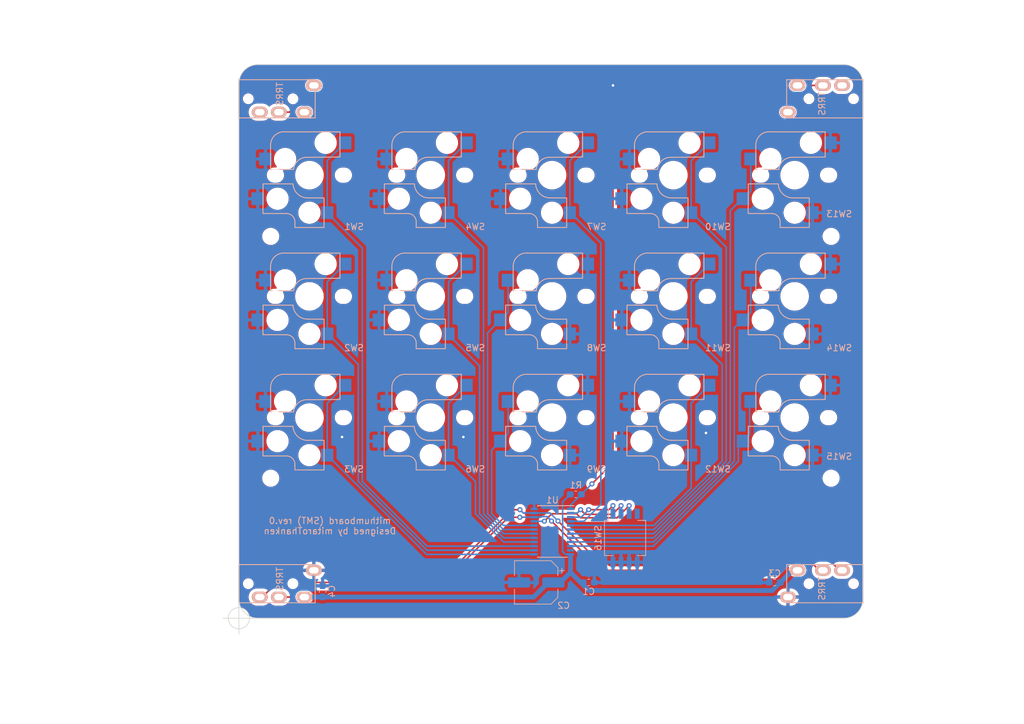
<source format=kicad_pcb>
(kicad_pcb (version 20221018) (generator pcbnew)
  (layers (0 "F.Cu" signal) (31 "B.Cu" signal) (34 "B.Paste" user) (35 "F.Paste" user) (36 "B.SilkS" user "B.Silkscreen") (37 "F.SilkS" user "F.Silkscreen") (38 "B.Mask" user) (39 "F.Mask" user) (44 "Edge.Cuts" user))
  (net 0 "")
  (net 1 "GND")
  (net 2 "A2")
  (net 3 "A1")
  (net 4 "A0")
  (net 5 "INT")
  (net 6 "R1C1")
  (net 7 "R2C1")
  (net 8 "R3C1")
  (net 9 "R1C2")
  (net 10 "R2C2")
  (net 11 "R3C2")
  (net 12 "R1C3")
  (net 13 "R2C3")
  (net 14 "R3C3")
  (net 15 "R1C4")
  (net 16 "R2C4")
  (net 17 "R3C4")
  (net 18 "R1C5")
  (net 19 "R2C5")
  (net 20 "R3C5")
  (net 21 "Net-(SW16-Pad4)")
  (net 22 "SCL")
  (net 23 "SDA")
  (net 24 "Net-(J3-PadA)")
  (net 25 "Net-(J3-PadD)")
  (net 26 "Net-(J3-PadB)")
  (net 27 "Net-(J4-PadB)")
  (net 28 "Net-(J4-PadD)")
  (net 29 "Net-(J4-PadA)")
  (net 30 "VCC")
  (net 31 "Net-(U1-Pad11)")
  (footprint "kbd:CherryMX_Choc_Hotswap_1side" (layer "F.Cu") (at 71.075001 57.375001)
    (fp_text reference "SW1")
    (fp_text value "SW_Push" hide)
  )
  (footprint "kbd:CherryMX_Choc_Hotswap_1side" (layer "F.Cu") (at 71.075001 76.425001)
    (fp_text reference "SW2")
    (fp_text value "SW_Push" hide)
  )
  (footprint "kbd:CherryMX_Choc_Hotswap_1side" (layer "F.Cu") (at 71.075001 95.475001)
    (fp_text reference "SW3")
    (fp_text value "SW_Push" hide)
  )
  (footprint "kbd:CherryMX_Choc_Hotswap_1side" (layer "F.Cu") (at 90.125001 57.375001)
    (fp_text reference "SW4")
    (fp_text value "SW_Push" hide)
  )
  (footprint "kbd:CherryMX_Choc_Hotswap_1side" (layer "F.Cu") (at 90.125001 76.425001)
    (fp_text reference "SW5")
    (fp_text value "SW_Push" hide)
  )
  (footprint "kbd:CherryMX_Choc_Hotswap_1side" (layer "F.Cu") (at 90.125001 95.475001)
    (fp_text reference "SW6")
    (fp_text value "SW_Push" hide)
  )
  (footprint "kbd:CherryMX_Choc_Hotswap_1side" (layer "F.Cu") (at 109.175001 57.375001)
    (fp_text reference "SW7")
    (fp_text value "SW_Push" hide)
  )
  (footprint "kbd:CherryMX_Choc_Hotswap_1side" (layer "F.Cu") (at 109.175001 76.425001)
    (fp_text reference "SW8")
    (fp_text value "SW_Push" hide)
  )
  (footprint "kbd:CherryMX_Choc_Hotswap_1side" (layer "F.Cu") (at 109.175001 95.475001)
    (fp_text reference "SW9")
    (fp_text value "SW_Push" hide)
  )
  (footprint "kbd:CherryMX_Choc_Hotswap_1side" (layer "F.Cu") (at 128.225001 57.375001)
    (fp_text reference "SW10")
    (fp_text value "SW_Push" hide)
  )
  (footprint "kbd:CherryMX_Choc_Hotswap_1side" (layer "F.Cu") (at 128.225001 76.425001)
    (fp_text reference "SW11")
    (fp_text value "SW_Push" hide)
  )
  (footprint "kbd:CherryMX_Choc_Hotswap_1side" (layer "F.Cu") (at 128.225001 95.475001)
    (fp_text reference "SW12")
    (fp_text value "SW_Push" hide)
  )
  (footprint "kbd:CherryMX_Choc_Hotswap_1side" (layer "F.Cu") (at 147.275001 57.375001)
    (fp_text reference "SW13")
    (fp_text value "SW_Push" hide)
  )
  (footprint "kbd:CherryMX_Choc_Hotswap_1side" (layer "F.Cu") (at 147.275001 76.425001)
    (fp_text reference "SW14")
    (fp_text value "SW_Push" hide)
  )
  (footprint "kbd:CherryMX_Choc_Hotswap_1side" (layer "F.Cu") (at 147.275001 95.475001)
    (fp_text reference "SW15")
    (fp_text value "SW_Push" hide)
  )
  (footprint "MountingHole:MountingHole_2.2mm_M2" (layer "B.Cu") (at 65 105)
    (fp_text reference "H2" hide)
    (fp_text value "MountingHole")
  )
  (footprint "MountingHole:MountingHole_2.2mm_M2" (layer "B.Cu") (at 153 67 180)
    (fp_text reference "H3" hide)
    (fp_text value "MountingHole")
  )
  (footprint "kbd:MJ-4PP-9_1side" (layer "B.Cu") (at 59.98 45.375 -90)
    (fp_text reference "J4")
    (fp_text value "MJ-4PP-9" hide)
  )
  (footprint "kbd:MJ-4PP-9_1side" (layer "B.Cu") (at 158.025 45.375 90)
    (fp_text reference "J3")
    (fp_text value "MJ-4PP-9" hide)
  )
  (footprint "Package_SO:TSSOP-24_4.4x7.8mm_P0.65mm" (layer "B.Cu") (at 109.22 113.395 180)
    (fp_text reference "U1")
    (fp_text value "TCA9555PWR")
  )
  (footprint "Capacitor_SMD:C_0603_1608Metric_Pad1.05x0.95mm_HandSolder" (layer "B.Cu") (at 114.935 121.38)
    (fp_text reference "C1")
    (fp_text value "0.1u")
  )
  (footprint "Capacitor_SMD:CP_Elec_6.3x5.4_Nichicon" (layer "B.Cu") (at 106.68 121.38 180)
    (fp_text reference "C2")
    (fp_text value "47u/16V")
  )
  (footprint "Capacitor_SMD:C_0603_1608Metric_Pad1.05x0.95mm_HandSolder" (layer "B.Cu") (at 144.145 121.38 180)
    (fp_text reference "C3")
    (fp_text value "1u")
  )
  (footprint "Capacitor_SMD:C_0603_1608Metric_Pad1.05x0.95mm_HandSolder" (layer "B.Cu") (at 73.152 122.777 90)
    (fp_text reference "C4")
    (fp_text value "1u")
  )
  (footprint "Resistor_SMD:R_0603_1608Metric_Pad1.05x0.95mm_HandSolder" (layer "B.Cu") (at 112.903 107.537 180)
    (fp_text reference "R1")
    (fp_text value "10k")
  )
  (footprint "kbd:MJ-4PP-9_1side" (layer "B.Cu") (at 158.025 121.575 90)
    (fp_text reference "J1")
    (fp_text value "MJ-4PP-9" hide)
  )
  (footprint "kbd:MJ-4PP-9_1side" (layer "B.Cu") (at 59.98 121.575 -90)
    (fp_text reference "J2")
    (fp_text value "MJ-4PP-9" hide)
  )
  (footprint "MountingHole:MountingHole_2.2mm_M2" (layer "B.Cu") (at 65 67)
    (fp_text reference "H1" hide)
    (fp_text value "MountingHole")
  )
  (footprint "MountingHole:MountingHole_2.2mm_M2" (layer "B.Cu") (at 153 105)
    (fp_text reference "H4" hide)
    (fp_text value "MountingHole")
  )
  (footprint "Button_Switch_SMD:SW_DIP_SPSTx04_Slide_Copal_CHS-04B_W7.62mm_P1.27mm" (layer "B.Cu") (at 120.65 114.395 -90)
    (fp_text reference "SW16")
    (fp_text value "SW_DIP_x04")
  )
  (gr_line (start 155 40) (end 63 40) (stroke (width 0.1)) (layer "Edge.Cuts"))
  (gr_line (start 63 127) (end 155 127) (stroke (width 0.1)) (layer "Edge.Cuts"))
  (gr_arc (start 155 40) (mid 157.12132 40.87868) (end 158 43) (stroke (width 0.1)) (layer "Edge.Cuts"))
  (gr_line (start 60 43) (end 60 124) (stroke (width 0.1)) (layer "Edge.Cuts"))
  (gr_arc (start 63 127) (mid 60.87868 126.12132) (end 60 124) (stroke (width 0.1)) (layer "Edge.Cuts"))
  (gr_line (start 158 124) (end 158 43) (stroke (width 0.1)) (layer "Edge.Cuts"))
  (gr_arc (start 158 124) (mid 157.12132 126.12132) (end 155 127) (stroke (width 0.1)) (layer "Edge.Cuts"))
  (gr_arc (start 60 43) (mid 60.87868 40.87868) (end 63 40) (stroke (width 0.1)) (layer "Edge.Cuts"))
  (gr_text "mithumboard (SMT) rev.0\nDesigned by mitaroThanken" (at 74.295 112.49) (layer "B.SilkS") (effects (font (size 1 1)) (justify mirror)))
  (target plus (at 60 127) (size 5) (width 0.1) (layer "Edge.Cuts"))
  (via (at 133.35 97.885) (size 0.8) (drill 0.4) (layers "F.Cu" "B.Cu") (net 1))
  (via (at 76.2 98.52) (size 0.8) (drill 0.4) (layers "F.Cu" "B.Cu") (net 1))
  (via (at 95.25 98.52) (size 0.8) (drill 0.4) (layers "F.Cu" "B.Cu") (net 1))
  (via (at 118.745 43.275) (size 0.8) (drill 0.4) (layers "F.Cu" "B.Cu") (net 1))
  (segment (start 111.975001 101.765001) (end 111.975001 101.375001) (width 0.25) (layer "B.Cu") (net 1))
  (segment (start 111.975001 101.375001) (end 111.975001 101.425001) (width 0.25) (layer "B.Cu") (net 1))
  (segment (start 118.11 109.95) (end 114.935024 109.95) (width 0.25) (layer "F.Cu") (net 2))
  (segment (start 114.935024 109.95) (end 114.935 109.950024) (width 0.25) (layer "F.Cu") (net 2))
  (segment (start 118.745 109.315) (end 118.11 109.95) (width 0.25) (layer "F.Cu") (net 2))
  (via (at 118.745 109.315) (size 0.8) (drill 0.4) (layers "F.Cu" "B.Cu") (net 2))
  (via (at 114.935 109.950024) (size 0.8) (drill 0.4) (layers "F.Cu" "B.Cu") (net 2))
  (segment (start 118.745 110.585) (end 118.745 109.315) (width 0.25) (layer "B.Cu") (net 2))
  (segment (start 112.07 111.12) (end 113.765024 111.12) (width 0.25) (layer "B.Cu") (net 2))
  (segment (start 113.765024 111.12) (end 114.535001 110.350023) (width 0.25) (layer "B.Cu") (net 2))
  (segment (start 114.535001 110.350023) (end 114.935 109.950024) (width 0.25) (layer "B.Cu") (net 2))
  (segment (start 120.015 109.315) (end 118.654974 110.675026) (width 0.25) (layer "F.Cu") (net 3))
  (segment (start 114.390006 110.675026) (end 114.064999 110.350019) (width 0.25) (layer "F.Cu") (net 3))
  (segment (start 118.654974 110.675026) (end 114.390006 110.675026) (width 0.25) (layer "F.Cu") (net 3))
  (segment (start 114.064999 110.350019) (end 113.665 109.95002) (width 0.25) (layer "F.Cu") (net 3))
  (via (at 113.665 109.95002) (size 0.8) (drill 0.4) (layers "F.Cu" "B.Cu") (net 3))
  (via (at 120.015 109.315) (size 0.8) (drill 0.4) (layers "F.Cu" "B.Cu") (net 3))
  (segment (start 113.14502 110.47) (end 113.265001 110.350019) (width 0.25) (layer "B.Cu") (net 3))
  (segment (start 113.265001 110.350019) (end 113.665 109.95002) (width 0.25) (layer "B.Cu") (net 3))
  (segment (start 112.07 110.47) (end 113.14502 110.47) (width 0.25) (layer "B.Cu") (net 3))
  (segment (start 120.015 110.585) (end 120.015 109.315) (width 0.25) (layer "B.Cu") (net 3))
  (segment (start 120.885001 109.714999) (end 121.285 109.315) (width 0.25) (layer "F.Cu") (net 4))
  (segment (start 113.665 111.22) (end 119.38 111.22) (width 0.25) (layer "F.Cu") (net 4))
  (segment (start 109.143798 110.585) (end 113.03 110.585) (width 0.25) (layer "F.Cu") (net 4))
  (segment (start 107.975398 111.7534) (end 109.143798 110.585) (width 0.25) (layer "F.Cu") (net 4))
  (segment (start 119.38 111.22) (end 120.885001 109.714999) (width 0.25) (layer "F.Cu") (net 4))
  (segment (start 113.03 110.585) (end 113.665 111.22) (width 0.25) (layer "F.Cu") (net 4))
  (via (at 107.975398 111.7534) (size 0.8) (drill 0.4) (layers "F.Cu" "B.Cu") (net 4))
  (via (at 121.285 109.315) (size 0.8) (drill 0.4) (layers "F.Cu" "B.Cu") (net 4))
  (segment (start 106.37 111.77) (end 107.958798 111.77) (width 0.25) (layer "B.Cu") (net 4))
  (segment (start 121.285 110.585) (end 121.285 109.315) (width 0.25) (layer "B.Cu") (net 4))
  (segment (start 107.958798 111.77) (end 107.975398 111.7534) (width 0.25) (layer "B.Cu") (net 4))
  (segment (start 118.749999 102.579013) (end 115.843011 105.486001) (width 0.25) (layer "F.Cu") (net 5))
  (segment (start 66.28 47.475) (end 67.936 47.475) (width 0.25) (layer "F.Cu") (net 5))
  (segment (start 149.987 43.275) (end 151.725 43.275) (width 0.25) (layer "F.Cu") (net 5))
  (segment (start 118.749999 44.930999) (end 118.749999 102.579013) (width 0.25) (layer "F.Cu") (net 5))
  (segment (start 67.936 47.475) (end 70.480001 44.930999) (width 0.25) (layer "F.Cu") (net 5))
  (segment (start 148.331001 44.930999) (end 149.987 43.275) (width 0.25) (layer "F.Cu") (net 5))
  (segment (start 70.480001 44.930999) (end 118.749999 44.930999) (width 0.25) (layer "F.Cu") (net 5))
  (segment (start 115.843011 105.486001) (end 115.443012 105.886) (width 0.25) (layer "F.Cu") (net 5))
  (segment (start 118.749999 44.930999) (end 148.331001 44.930999) (width 0.25) (layer "F.Cu") (net 5))
  (via (at 115.443012 105.886) (size 0.8) (drill 0.4) (layers "F.Cu" "B.Cu") (net 5))
  (segment (start 112.07 109.245) (end 113.778 107.537) (width 0.25) (layer "B.Cu") (net 5))
  (segment (start 115.429 105.886) (end 115.443012 105.886) (width 0.25) (layer "B.Cu") (net 5))
  (segment (start 113.778 107.537) (end 115.429 105.886) (width 0.25) (layer "B.Cu") (net 5))
  (segment (start 112.07 109.82) (end 112.07 109.245) (width 0.25) (layer "B.Cu") (net 5))
  (segment (start 79.375 105.505) (end 79.375 68.825) (width 0.25) (layer "B.Cu") (net 6))
  (segment (start 73.875001 63.275001) (end 73.875001 55.095001) (width 0.25) (layer "B.Cu") (net 6))
  (segment (start 73.875001 55.095001) (end 76.675001 52.295001) (width 0.25) (layer "B.Cu") (net 6))
  (segment (start 89.54 115.67) (end 79.375 105.505) (width 0.25) (layer "B.Cu") (net 6))
  (segment (start 73.875001 63.325001) (end 73.875001 63.275001) (width 0.25) (layer "B.Cu") (net 6))
  (segment (start 79.375 68.825) (end 73.875001 63.325001) (width 0.25) (layer "B.Cu") (net 6))
  (segment (start 106.37 115.67) (end 89.54 115.67) (width 0.25) (layer "B.Cu") (net 6))
  (segment (start 106.37 116.32) (end 89.553589 116.32) (width 0.25) (layer "B.Cu") (net 7))
  (segment (start 78.74 87.09) (end 73.975001 82.325001) (width 0.25) (layer "B.Cu") (net 7))
  (segment (start 73.875001 74.145001) (end 76.675001 71.345001) (width 0.25) (layer "B.Cu") (net 7))
  (segment (start 73.975001 82.325001) (end 73.875001 82.325001) (width 0.25) (layer "B.Cu") (net 7))
  (segment (start 73.875001 82.325001) (end 73.875001 74.145001) (width 0.25) (layer "B.Cu") (net 7))
  (segment (start 78.74 105.506411) (end 78.74 87.09) (width 0.25) (layer "B.Cu") (net 7))
  (segment (start 89.553589 116.32) (end 78.74 105.506411) (width 0.25) (layer "B.Cu") (net 7))
  (segment (start 76.729001 90.395001) (end 76.675001 90.395001) (width 0.25) (layer "B.Cu") (net 8))
  (segment (start 73.875001 101.375001) (end 73.875001 93.195001) (width 0.25) (layer "B.Cu") (net 8))
  (segment (start 73.875001 93.195001) (end 76.675001 90.395001) (width 0.25) (layer "B.Cu") (net 8))
  (segment (start 89.47 116.97) (end 73.875001 101.375001) (width 0.25) (layer "B.Cu") (net 8))
  (segment (start 106.37 116.97) (end 89.47 116.97) (width 0.25) (layer "B.Cu") (net 8))
  (segment (start 98.609989 110.772811) (end 98.609989 110.769989) (width 0.25) (layer "B.Cu") (net 9))
  (segment (start 92.925001 55.095001) (end 95.725001 52.295001) (width 0.25) (layer "B.Cu") (net 9))
  (segment (start 92.925001 63.302001) (end 92.925001 63.275001) (width 0.25) (layer "B.Cu") (net 9))
  (segment (start 98.425 68.802) (end 92.925001 63.302001) (width 0.25) (layer "B.Cu") (net 9))
  (segment (start 92.925001 63.275001) (end 92.925001 55.095001) (width 0.25) (layer "B.Cu") (net 9))
  (segment (start 101.557178 113.72) (end 98.609989 110.772811) (width 0.25) (layer "B.Cu") (net 9))
  (segment (start 98.609989 110.769989) (end 98.425 110.585) (width 0.25) (layer "B.Cu") (net 9))
  (segment (start 106.37 113.72) (end 101.557178 113.72) (width 0.25) (layer "B.Cu") (net 9))
  (segment (start 98.425 110.585) (end 98.425 68.802) (width 0.25) (layer "B.Cu") (net 9))
  (segment (start 92.925001 82.325001) (end 92.925001 74.145001) (width 0.25) (layer "B.Cu") (net 10))
  (segment (start 97.79 110.586411) (end 97.79 87.344) (width 0.25) (layer "B.Cu") (net 10))
  (segment (start 98.159978 110.956389) (end 97.79 110.586411) (width 0.25) (layer "B.Cu") (net 10))
  (segment (start 97.79 87.344) (end 92.925001 82.479001) (width 0.25) (layer "B.Cu") (net 10))
  (segment (start 98.159978 110.959211) (end 98.159978 110.956389) (width 0.25) (layer "B.Cu") (net 10))
  (segment (start 92.925001 82.479001) (end 92.925001 82.325001) (width 0.25) (layer "B.Cu") (net 10))
  (segment (start 101.570767 114.37) (end 98.159978 110.959211) (width 0.25) (layer "B.Cu") (net 10))
  (segment (start 92.925001 74.145001) (end 95.725001 71.345001) (width 0.25) (layer "B.Cu") (net 10))
  (segment (start 106.37 114.37) (end 101.570767 114.37) (width 0.25) (layer "B.Cu") (net 10))
  (segment (start 97.155 110.587822) (end 97.155 105.505) (width 0.25) (layer "B.Cu") (net 11))
  (segment (start 97.155 105.505) (end 93.025001 101.375001) (width 0.25) (layer "B.Cu") (net 11))
  (segment (start 106.37 115.02) (end 101.584356 115.02) (width 0.25) (layer "B.Cu") (net 11))
  (segment (start 97.709967 111.145611) (end 97.709967 111.142789) (width 0.25) (layer "B.Cu") (net 11))
  (segment (start 97.709967 111.142789) (end 97.155 110.587822) (width 0.25) (layer "B.Cu") (net 11))
  (segment (start 92.925001 101.375001) (end 92.925001 93.195001) (width 0.25) (layer "B.Cu") (net 11))
  (segment (start 93.025001 101.375001) (end 92.925001 101.375001) (width 0.25) (layer "B.Cu") (net 11))
  (segment (start 101.584356 115.02) (end 97.709967 111.145611) (width 0.25) (layer "B.Cu") (net 11))
  (segment (start 92.925001 93.195001) (end 95.725001 90.395001) (width 0.25) (layer "B.Cu") (net 11))
  (segment (start 111.975001 55.095001) (end 114.775001 52.295001) (width 0.25) (layer "B.Cu") (net 12))
  (segment (start 111.975001 63.275001) (end 111.975001 55.095001) (width 0.25) (layer "B.Cu") (net 12))
  (segment (start 116.84 109.11802) (end 116.84 68.04) (width 0.25) (layer "B.Cu") (net 12))
  (segment (start 112.220001 63.275001) (end 111.975001 63.275001) (width 0.25) (layer "B.Cu") (net 12))
  (segment (start 116.84 68.04) (end 112.075001 63.275001) (width 0.25) (layer "B.Cu") (net 12))
  (segment (start 112.07 111.77) (end 114.18802 111.77) (width 0.25) (layer "B.Cu") (net 12))
  (segment (start 112.075001 63.275001) (end 111.975001 63.275001) (width 0.25) (layer "B.Cu") (net 12))
  (segment (start 114.18802 111.77) (end 116.84 109.11802) (width 0.25) (layer "B.Cu") (net 12))
  (segment (start 101.071999 80.125001) (end 101.075001 80.125001) (width 0.25) (layer "B.Cu") (net 13))
  (segment (start 101.543589 113.07) (end 99.06 110.586411) (width 0.25) (layer "B.Cu") (net 13))
  (segment (start 106.37 113.07) (end 101.543589 113.07) (width 0.25) (layer "B.Cu") (net 13))
  (segment (start 99.06 110.586411) (end 99.06 82.137) (width 0.25) (layer "B.Cu") (net 13))
  (segment (start 102.275001 73.885001) (end 102.275001 78.925001) (width 0.25) (layer "B.Cu") (net 13))
  (segment (start 99.06 82.137) (end 101.071999 80.125001) (width 0.25) (layer "B.Cu") (net 13))
  (segment (start 102.275001 73.885001) (end 102.275001 74.079999) (width 0.25) (layer "B.Cu") (net 13))
  (segment (start 102.275001 78.925001) (end 101.075001 80.125001) (width 0.25) (layer "B.Cu") (net 13))
  (segment (start 102.275001 92.935001) (end 102.275001 97.975001) (width 0.25) (layer "B.Cu") (net 14))
  (segment (start 102.275001 97.975001) (end 101.075001 99.175001) (width 0.25) (layer "B.Cu") (net 14))
  (segment (start 101.53 112.42) (end 105.57 112.42) (width 0.25) (layer "B.Cu") (net 14))
  (segment (start 99.695 110.585) (end 101.53 112.42) (width 0.25) (layer "B.Cu") (net 14))
  (segment (start 101.075001 99.175001) (end 99.695 100.555002) (width 0.25) (layer "B.Cu") (net 14))
  (segment (start 105.57 112.42) (end 106.37 112.42) (width 0.25) (layer "B.Cu") (net 14))
  (segment (start 99.695 100.555002) (end 99.695 110.585) (width 0.25) (layer "B.Cu") (net 14))
  (segment (start 101.075001 99.400001) (end 101.075001 99.175001) (width 0.25) (layer "B.Cu") (net 14))
  (segment (start 131.025001 55.095001) (end 133.825001 52.295001) (width 0.25) (layer "B.Cu") (net 15))
  (segment (start 131.125001 63.275001) (end 136.525 68.675) (width 0.25) (layer "B.Cu") (net 15))
  (segment (start 131.025001 63.275001) (end 131.125001 63.275001) (width 0.25) (layer "B.Cu") (net 15))
  (segment (start 112.87 113.72) (end 112.07 113.72) (width 0.25) (layer "B.Cu") (net 15))
  (segment (start 131.025001 63.275001) (end 131.025001 55.095001) (width 0.25) (layer "B.Cu") (net 15))
  (segment (start 125.135 113.72) (end 112.87 113.72) (width 0.25) (layer "B.Cu") (net 15))
  (segment (start 136.525 68.675) (end 136.525 102.33) (width 0.25) (layer "B.Cu") (net 15))
  (segment (start 136.525 102.33) (end 125.135 113.72) (width 0.25) (layer "B.Cu") (net 15))
  (segment (start 112.07 113.07) (end 125.14859 113.07) (width 0.25) (layer "B.Cu") (net 16))
  (segment (start 131.025001 82.325001) (end 131.025001 74.145001) (width 0.25) (layer "B.Cu") (net 16))
  (segment (start 135.89 87.09) (end 131.125001 82.325001) (width 0.25) (layer "B.Cu") (net 16))
  (segment (start 135.89 102.32859) (end 135.89 87.09) (width 0.25) (layer "B.Cu") (net 16))
  (segment (start 131.025001 74.145001) (end 133.825001 71.345001) (width 0.25) (layer "B.Cu") (net 16))
  (segment (start 131.125001 82.325001) (end 131.025001 82.325001) (width 0.25) (layer "B.Cu") (net 16))
  (segment (start 125.14859 113.07) (end 135.89 102.32859) (width 0.25) (layer "B.Cu") (net 16))
  (segment (start 125.16218 112.42) (end 112.87 112.42) (width 0.25) (layer "B.Cu") (net 17))
  (segment (start 131.025001 101.375001) (end 131.025001 93.195001) (width 0.25) (layer "B.Cu") (net 17))
  (segment (start 131.025001 101.375001) (end 131.025001 106.557179) (width 0.25) (layer "B.Cu") (net 17))
  (segment (start 131.025001 106.557179) (end 125.16218 112.42) (width 0.25) (layer "B.Cu") (net 17))
  (segment (start 131.025001 93.195001) (end 133.825001 90.395001) (width 0.25) (layer "B.Cu") (net 17))
  (segment (start 112.87 112.42) (end 112.07 112.42) (width 0.25) (layer "B.Cu") (net 17))
  (segment (start 137.16 102.33141) (end 125.12141 114.37) (width 0.25) (layer "B.Cu") (net 18))
  (segment (start 140.375001 54.835001) (end 140.375001 59.875001) (width 0.25) (layer "B.Cu") (net 18))
  (segment (start 125.12141 114.37) (end 112.87 114.37) (width 0.25) (layer "B.Cu") (net 18))
  (segment (start 139.175001 61.075001) (end 139.044999 61.075001) (width 0.25) (layer "B.Cu") (net 18))
  (segment (start 137.16 62.96) (end 137.16 102.33141) (width 0.25) (layer "B.Cu") (net 18))
  (segment (start 112.87 114.37) (end 112.07 114.37) (width 0.25) (layer "B.Cu") (net 18))
  (segment (start 140.375001 59.875001) (end 139.175001 61.075001) (width 0.25) (layer "B.Cu") (net 18))
  (segment (start 139.044999 61.075001) (end 137.16 62.96) (width 0.25) (layer "B.Cu") (net 18))
  (segment (start 137.795 81.375) (end 137.795 102.33282) (width 0.25) (layer "B.Cu") (net 19))
  (segment (start 139.175001 80.125001) (end 139.044999 80.125001) (width 0.25) (layer "B.Cu") (net 19))
  (segment (start 140.375001 73.885001) (end 140.375001 78.925001) (width 0.25) (layer "B.Cu") (net 19))
  (segment (start 125.10782 115.02) (end 112.87 115.02) (width 0.25) (layer "B.Cu") (net 19))
  (segment (start 139.044999 80.125001) (end 137.795 81.375) (width 0.25) (layer "B.Cu") (net 19))
  (segment (start 140.375001 78.925001) (end 139.175001 80.125001) (width 0.25) (layer "B.Cu") (net 19))
  (segment (start 112.87 115.02) (end 112.07 115.02) (width 0.25) (layer "B.Cu") (net 19))
  (segment (start 137.795 102.33282) (end 125.10782 115.02) (width 0.25) (layer "B.Cu") (net 19))
  (segment (start 140.209 93.101002) (end 140.375001 92.935001) (width 0.25) (layer "B.Cu") (net 20))
  (segment (start 140.209 98.141002) (end 140.209 93.101002) (width 0.25) (layer "B.Cu") (net 20))
  (segment (start 112.87 115.67) (end 112.07 115.67) (width 0.25) (layer "B.Cu") (net 20))
  (segment (start 125.09423 115.67) (end 112.87 115.67) (width 0.25) (layer "B.Cu") (net 20))
  (segment (start 138.43 99.920002) (end 138.43 102.33423) (width 0.25) (layer "B.Cu") (net 20))
  (segment (start 139.175001 99.175001) (end 140.209 98.141002) (width 0.25) (layer "B.Cu") (net 20))
  (segment (start 139.175001 99.175001) (end 138.43 99.920002) (width 0.25) (layer "B.Cu") (net 20))
  (segment (start 138.43 102.33423) (end 125.09423 115.67) (width 0.25) (layer "B.Cu") (net 20))
  (segment (start 151.975 119.475) (end 151.9664 119.475) (width 0.25) (layer "F.Cu") (net 22))
  (segment (start 146.05141 118.205) (end 149.86 118.205) (width 0.25) (layer "F.Cu") (net 22))
  (segment (start 117.475 120.11) (end 144.14641 120.11) (width 0.25) (layer "F.Cu") (net 22))
  (segment (start 67.9995 123.675) (end 66.28 123.675) (width 0.25) (layer "F.Cu") (net 22))
  (segment (start 149.86 118.205) (end 151.13 119.475) (width 0.25) (layer "F.Cu") (net 22))
  (segment (start 104.1146 111.1438) (end 102.3112 111.1438) (width 0.25) (layer "F.Cu") (net 22))
  (segment (start 91.44 122.015) (end 69.6595 122.015) (width 0.25) (layer "F.Cu") (net 22))
  (segment (start 102.3112 111.1438) (end 91.44 122.015) (width 0.25) (layer "F.Cu") (net 22))
  (segment (start 69.6595 122.015) (end 67.9995 123.675) (width 0.25) (layer "F.Cu") (net 22))
  (segment (start 144.14641 120.11) (end 146.05141 118.205) (width 0.25) (layer "F.Cu") (net 22))
  (segment (start 109.093 111.728) (end 117.475 120.11) (width 0.25) (layer "F.Cu") (net 22))
  (segment (start 151.13 119.475) (end 151.725 119.475) (width 0.25) (layer "F.Cu") (net 22))
  (via (at 109.093 111.728) (size 0.8) (drill 0.4) (layers "F.Cu" "B.Cu") (net 22))
  (via (at 104.1146 111.1438) (size 0.8) (drill 0.4) (layers "F.Cu" "B.Cu") (net 22))
  (segment (start 108.393399 111.028399) (end 108.693001 111.328001) (width 0.25) (layer "B.Cu") (net 22))
  (segment (start 107.415 111.12) (end 107.506601 111.028399) (width 0.25) (layer "B.Cu") (net 22))
  (segment (start 108.693001 111.328001) (end 109.093 111.728) (width 0.25) (layer "B.Cu") (net 22))
  (segment (start 104.1384 111.12) (end 104.1146 111.1438) (width 0.25) (layer "B.Cu") (net 22))
  (segment (start 106.37 111.12) (end 107.415 111.12) (width 0.25) (layer "B.Cu") (net 22))
  (segment (start 106.37 111.12) (end 104.1384 111.12) (width 0.25) (layer "B.Cu") (net 22))
  (segment (start 107.506601 111.028399) (end 108.393399 111.028399) (width 0.25) (layer "B.Cu") (net 22))
  (segment (start 102.868614 109.949976) (end 91.43859 121.38) (width 0.25) (layer "F.Cu") (net 23))
  (segment (start 154.725 119.475) (end 154.325 119.475) (width 0.25) (layer "F.Cu") (net 23))
  (segment (start 117.86532 119.475) (end 110.513659 112.123339) (width 0.25) (layer "F.Cu") (net 23))
  (segment (start 154.325 119.475) (end 152.42 117.57) (width 0.25) (layer "F.Cu") (net 23))
  (segment (start 144.145 119.475) (end 117.86532 119.475) (width 0.25) (layer "F.Cu") (net 23))
  (segment (start 110.513659 112.123339) (end 110.11366 111.72334) (width 0.25) (layer "F.Cu") (net 23))
  (segment (start 69.215 120.11) (end 67.245 120.11) (width 0.25) (layer "F.Cu") (net 23))
  (segment (start 146.05 117.57) (end 144.145 119.475) (width 0.25) (layer "F.Cu") (net 23))
  (segment (start 91.43859 121.38) (end 70.485 121.38) (width 0.25) (layer "F.Cu") (net 23))
  (segment (start 152.42 117.57) (end 146.05 117.57) (width 0.25) (layer "F.Cu") (net 23))
  (segment (start 70.485 121.38) (end 69.215 120.11) (width 0.25) (layer "F.Cu") (net 23))
  (segment (start 63.68 123.675) (end 63.28 123.675) (width 0.25) (layer "F.Cu") (net 23))
  (segment (start 67.245 120.11) (end 63.68 123.675) (width 0.25) (layer "F.Cu") (net 23))
  (segment (start 104.14 109.949976) (end 102.868614 109.949976) (width 0.25) (layer "F.Cu") (net 23))
  (via (at 104.14 109.949976) (size 0.8) (drill 0.4) (layers "F.Cu" "B.Cu") (net 23))
  (via (at 110.11366 111.72334) (size 0.8) (drill 0.4) (layers "F.Cu" "B.Cu") (net 23))
  (segment (start 104.660024 110.47) (end 104.539999 110.349975) (width 0.25) (layer "B.Cu") (net 23))
  (segment (start 109.713661 111.323341) (end 110.11366 111.72334) (width 0.25) (layer "B.Cu") (net 23))
  (segment (start 106.37 110.47) (end 108.86032 110.47) (width 0.25) (layer "B.Cu") (net 23))
  (segment (start 106.37 110.47) (end 104.660024 110.47) (width 0.25) (layer "B.Cu") (net 23))
  (segment (start 104.539999 110.349975) (end 104.14 109.949976) (width 0.25) (layer "B.Cu") (net 23))
  (segment (start 108.86032 110.47) (end 109.713661 111.323341) (width 0.25) (layer "B.Cu") (net 23))
  (segment (start 146.925 119.475) (end 145.02 121.38) (width 0.75) (layer "B.Cu") (net 30))
  (segment (start 142.875 122.65) (end 114.935 122.65) (width 0.75) (layer "B.Cu") (net 30))
  (segment (start 110.49 121.38) (end 108.585 121.38) (width 0.75) (layer "B.Cu") (net 30))
  (segment (start 110.838661 116.538661) (end 111.27 116.97) (width 0.25) (layer "B.Cu") (net 30))
  (segment (start 111.27 116.97) (end 112.07 116.97) (width 0.25) (layer "B.Cu") (net 30))
  (segment (start 108.585 121.38) (end 106.29 123.675) (width 0.75) (layer "B.Cu") (net 30))
  (segment (start 106.29 123.675) (end 73.254 123.675) (width 0.75) (layer "B.Cu") (net 30))
  (segment (start 143.75 122.65) (end 142.875 122.65) (width 0.75) (layer "B.Cu") (net 30))
  (segment (start 73.254 123.675) (end 70.28 123.675) (width 0.75) (layer "B.Cu") (net 30))
  (segment (start 112.07 119.785) (end 112.0775 117.1255) (width 0.75) (layer "B.Cu") (net 30))
  (segment (start 114.935 122.65) (end 112.07 119.785) (width 0.75) (layer "B.Cu") (net 30))
  (segment (start 147.725 119.475) (end 147.32 119.475) (width 0.75) (layer "B.Cu") (net 30))
  (segment (start 110.475 121.38) (end 112.07 119.785) (width 0.75) (layer "B.Cu") (net 30))
  (segment (start 145.02 121.38) (end 143.75 122.65) (width 0.75) (layer "B.Cu") (net 30))
  (segment (start 110.838661 108.726339) (end 110.838661 116.538661) (width 0.25) (layer "B.Cu") (net 30))
  (segment (start 147.725 119.475) (end 146.925 119.475) (width 0.75) (layer "B.Cu") (net 30))
  (segment (start 112.028 107.537) (end 110.838661 108.726339) (width 0.25) (layer "B.Cu") (net 30))
  (zone (net 1) (net_name "GND") (layer "F.Cu") (connect_pads (clearance 0.508)) (min_thickness 0.254) (fill yes (thermal_gap 0.508) (thermal_bridge_width 0.508))
    (polygon (pts (xy 55 35) (xy 165 35) (xy 165 130) (xy 55 130)))
  )
  (zone (net 1) (net_name "GND") (layer "B.Cu") (connect_pads (clearance 0.508)) (min_thickness 0.254) (fill yes (thermal_gap 0.508) (thermal_bridge_width 0.508))
    (polygon (pts (xy 55 35) (xy 165 35) (xy 165 130) (xy 55 130) (xy 55 88)))
  )
)
</source>
